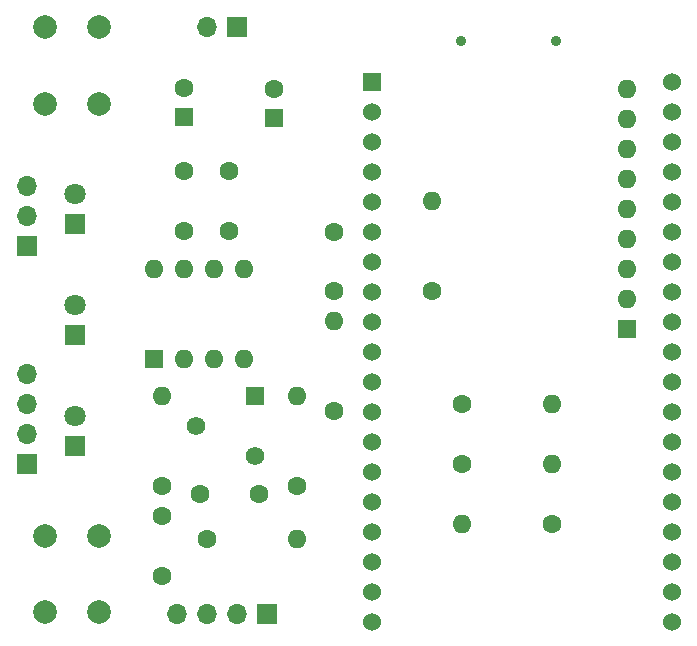
<source format=gbr>
%TF.GenerationSoftware,KiCad,Pcbnew,7.0.9*%
%TF.CreationDate,2024-01-11T23:07:39-06:00*%
%TF.ProjectId,CoCo-FujiNet-Rev0,436f436f-2d46-4756-9a69-4e65742d5265,rev?*%
%TF.SameCoordinates,Original*%
%TF.FileFunction,Soldermask,Bot*%
%TF.FilePolarity,Negative*%
%FSLAX46Y46*%
G04 Gerber Fmt 4.6, Leading zero omitted, Abs format (unit mm)*
G04 Created by KiCad (PCBNEW 7.0.9) date 2024-01-11 23:07:39*
%MOMM*%
%LPD*%
G01*
G04 APERTURE LIST*
%ADD10R,1.560000X1.560000*%
%ADD11C,1.560000*%
%ADD12R,1.800000X1.800000*%
%ADD13C,1.800000*%
%ADD14R,1.700000X1.700000*%
%ADD15O,1.700000X1.700000*%
%ADD16R,1.600000X1.600000*%
%ADD17O,1.600000X1.600000*%
%ADD18C,1.600000*%
%ADD19C,2.000000*%
%ADD20R,1.530000X1.530000*%
%ADD21C,1.530000*%
%ADD22C,0.900000*%
G04 APERTURE END LIST*
D10*
%TO.C,RV1*%
X150114000Y-87630000D03*
D11*
X145114000Y-90130000D03*
X150114000Y-92630000D03*
%TD*%
D12*
%TO.C,D3*%
X134874000Y-91821000D03*
D13*
X134874000Y-89281000D03*
%TD*%
%TO.C,D2*%
X134874000Y-79883000D03*
D12*
X134874000Y-82423000D03*
%TD*%
%TO.C,D1*%
X134874000Y-73025000D03*
D13*
X134874000Y-70485000D03*
%TD*%
D14*
%TO.C,J4*%
X148590000Y-56388000D03*
D15*
X146050000Y-56388000D03*
%TD*%
D14*
%TO.C,J3*%
X151130000Y-106045000D03*
D15*
X148590000Y-106045000D03*
X146050000Y-106045000D03*
X143510000Y-106045000D03*
%TD*%
D14*
%TO.C,J2*%
X130810000Y-93345000D03*
D15*
X130810000Y-90805000D03*
X130810000Y-88265000D03*
X130810000Y-85725000D03*
%TD*%
D14*
%TO.C,J1*%
X130810000Y-74930000D03*
D15*
X130810000Y-72390000D03*
X130810000Y-69850000D03*
%TD*%
D16*
%TO.C,RN1*%
X181610000Y-81915000D03*
D17*
X181610000Y-79375000D03*
X181610000Y-76835000D03*
X181610000Y-74295000D03*
X181610000Y-71755000D03*
X181610000Y-69215000D03*
X181610000Y-66675000D03*
X181610000Y-64135000D03*
X181610000Y-61595000D03*
%TD*%
D16*
%TO.C,C7*%
X151765000Y-64095000D03*
D18*
X151765000Y-61595000D03*
%TD*%
D16*
%TO.C,C2*%
X144145000Y-64007380D03*
D18*
X144145000Y-61507380D03*
%TD*%
D19*
%TO.C,SW1*%
X136906000Y-56388000D03*
X136906000Y-62888000D03*
X132406000Y-56388000D03*
X132406000Y-62888000D03*
%TD*%
D17*
%TO.C,R17*%
X153670000Y-87630000D03*
D18*
X153670000Y-95250000D03*
%TD*%
%TO.C,C6*%
X147955000Y-73580000D03*
X147955000Y-68580000D03*
%TD*%
D20*
%TO.C,U2*%
X160020000Y-60970000D03*
D21*
X160020000Y-63510000D03*
X160020000Y-66050000D03*
X160020000Y-68590000D03*
X160020000Y-71130000D03*
X160020000Y-73670000D03*
X160020000Y-76210000D03*
X160020000Y-78750000D03*
X160020000Y-81290000D03*
X160020000Y-83830000D03*
X160020000Y-86370000D03*
X160020000Y-88910000D03*
X160020000Y-91450000D03*
X160020000Y-93990000D03*
X160020000Y-96530000D03*
X160020000Y-99070000D03*
X160020000Y-101610000D03*
X160020000Y-104150000D03*
X160020000Y-106690000D03*
X185420000Y-106690000D03*
X185420000Y-104150000D03*
X185420000Y-101610000D03*
X185420000Y-99070000D03*
X185420000Y-96530000D03*
X185420000Y-93990000D03*
X185420000Y-91450000D03*
X185420000Y-88910000D03*
X185420000Y-86370000D03*
X185420000Y-83830000D03*
X185420000Y-81290000D03*
X185420000Y-78750000D03*
X185420000Y-76210000D03*
X185420000Y-73670000D03*
X185420000Y-71130000D03*
X185420000Y-68590000D03*
X185420000Y-66050000D03*
X185420000Y-63510000D03*
X185420000Y-60970000D03*
%TD*%
D18*
%TO.C,R9*%
X167640000Y-93345000D03*
D17*
X175260000Y-93345000D03*
%TD*%
D18*
%TO.C,R7*%
X146050000Y-99695000D03*
D17*
X153670000Y-99695000D03*
%TD*%
D18*
%TO.C,R11*%
X167640000Y-88265000D03*
D17*
X175260000Y-88265000D03*
%TD*%
D19*
%TO.C,SW2*%
X132406000Y-105918000D03*
X132406000Y-99418000D03*
X136906000Y-105918000D03*
X136906000Y-99418000D03*
%TD*%
D18*
%TO.C,R13*%
X165100000Y-78740000D03*
D17*
X165100000Y-71120000D03*
%TD*%
D18*
%TO.C,C4*%
X142240000Y-97790000D03*
X142240000Y-102790000D03*
%TD*%
%TO.C,C5*%
X144145000Y-68580000D03*
X144145000Y-73580000D03*
%TD*%
%TO.C,C8*%
X156845000Y-78740000D03*
X156845000Y-73740000D03*
%TD*%
D22*
%TO.C,P1*%
X175612600Y-57491800D03*
X167612600Y-57491800D03*
%TD*%
D18*
%TO.C,R12*%
X156845000Y-88900000D03*
D17*
X156845000Y-81280000D03*
%TD*%
%TO.C,R8*%
X142240000Y-87630000D03*
D18*
X142240000Y-95250000D03*
%TD*%
%TO.C,C3*%
X145455000Y-95885000D03*
X150455000Y-95885000D03*
%TD*%
D17*
%TO.C,U1*%
X141605000Y-76825000D03*
X144145000Y-76825000D03*
X146685000Y-76825000D03*
X149225000Y-76825000D03*
X149225000Y-84445000D03*
X146685000Y-84445000D03*
X144145000Y-84445000D03*
D16*
X141605000Y-84445000D03*
%TD*%
D17*
%TO.C,R10*%
X167640000Y-98425000D03*
D18*
X175260000Y-98425000D03*
%TD*%
M02*

</source>
